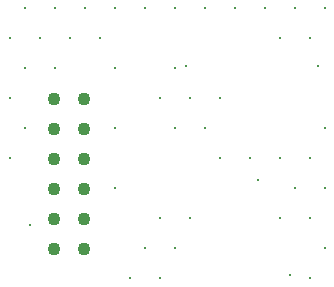
<source format=gbr>
%TF.GenerationSoftware,Altium Limited,Altium Designer,23.4.1 (23)*%
G04 Layer_Color=0*
%FSLAX26Y26*%
%MOIN*%
%TF.SameCoordinates,58D80696-3D7F-4981-BD36-B6FE397AE5C4*%
%TF.FilePolarity,Positive*%
%TF.FileFunction,Plated,1,2,PTH,Drill*%
%TF.Part,Single*%
G01*
G75*
%TA.AperFunction,ComponentDrill*%
%ADD28C,0.043307*%
%TA.AperFunction,ViaDrill,NotFilled*%
%ADD29C,0.011811*%
D28*
X1195000Y3405000D02*
D03*
X1295000D02*
D03*
X1195000Y3605000D02*
D03*
X1295000D02*
D03*
Y3705000D02*
D03*
X1195000D02*
D03*
X1295000Y3505000D02*
D03*
X1195000D02*
D03*
X1295000Y3305000D02*
D03*
Y3205000D02*
D03*
X1195000Y3305000D02*
D03*
Y3205000D02*
D03*
D29*
X2099000Y4008000D02*
D03*
X2049000Y3908000D02*
D03*
X2099000Y3608000D02*
D03*
X2049000Y3508000D02*
D03*
X2099000Y3408000D02*
D03*
X2049000Y3308000D02*
D03*
X2099000Y3208000D02*
D03*
X2049000Y3108000D02*
D03*
X1999000Y4008000D02*
D03*
X1949000Y3908000D02*
D03*
Y3508000D02*
D03*
X1999000Y3408000D02*
D03*
X1949000Y3308000D02*
D03*
X1899000Y4008000D02*
D03*
X1849000Y3508000D02*
D03*
X1799000Y4008000D02*
D03*
X1749000Y3708000D02*
D03*
Y3508000D02*
D03*
X1699000Y4008000D02*
D03*
X1649000Y3708000D02*
D03*
X1699000Y3608000D02*
D03*
X1649000Y3308000D02*
D03*
X1599000Y4008000D02*
D03*
Y3808000D02*
D03*
X1549000Y3708000D02*
D03*
X1599000Y3608000D02*
D03*
X1549000Y3308000D02*
D03*
X1599000Y3208000D02*
D03*
X1549000Y3108000D02*
D03*
X1499000Y4008000D02*
D03*
Y3208000D02*
D03*
X1449000Y3108000D02*
D03*
X1399000Y4008000D02*
D03*
X1349000Y3908000D02*
D03*
X1399000Y3808000D02*
D03*
Y3608000D02*
D03*
Y3408000D02*
D03*
X1299000Y4008000D02*
D03*
X1249000Y3908000D02*
D03*
X1199000Y4008000D02*
D03*
X1149000Y3908000D02*
D03*
X1199000Y3808000D02*
D03*
X1099000Y4008000D02*
D03*
X1049000Y3908000D02*
D03*
X1099000Y3808000D02*
D03*
X1049000Y3708000D02*
D03*
X1099000Y3608000D02*
D03*
X1049000Y3508000D02*
D03*
X1876000Y3435000D02*
D03*
X1983000Y3119000D02*
D03*
X1115000Y3285000D02*
D03*
X1635000Y3815000D02*
D03*
X2075000D02*
D03*
%TF.MD5,223e995532b59330c393e4cb72f62498*%
M02*

</source>
